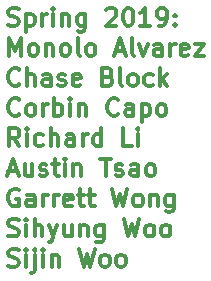
<source format=gbr>
%TF.GenerationSoftware,KiCad,Pcbnew,(5.0.0)*%
%TF.CreationDate,2019-02-02T21:25:33-06:00*%
%TF.ProjectId,BPSTester,4250535465737465722E6B696361645F,rev?*%
%TF.SameCoordinates,Original*%
%TF.FileFunction,Legend,Bot*%
%TF.FilePolarity,Positive*%
%FSLAX46Y46*%
G04 Gerber Fmt 4.6, Leading zero omitted, Abs format (unit mm)*
G04 Created by KiCad (PCBNEW (5.0.0)) date 02/02/19 21:25:33*
%MOMM*%
%LPD*%
G01*
G04 APERTURE LIST*
%ADD10C,0.300000*%
G04 APERTURE END LIST*
D10*
X125480714Y-118407142D02*
X125695000Y-118478571D01*
X126052142Y-118478571D01*
X126195000Y-118407142D01*
X126266428Y-118335714D01*
X126337857Y-118192857D01*
X126337857Y-118050000D01*
X126266428Y-117907142D01*
X126195000Y-117835714D01*
X126052142Y-117764285D01*
X125766428Y-117692857D01*
X125623571Y-117621428D01*
X125552142Y-117550000D01*
X125480714Y-117407142D01*
X125480714Y-117264285D01*
X125552142Y-117121428D01*
X125623571Y-117050000D01*
X125766428Y-116978571D01*
X126123571Y-116978571D01*
X126337857Y-117050000D01*
X126980714Y-117478571D02*
X126980714Y-118978571D01*
X126980714Y-117550000D02*
X127123571Y-117478571D01*
X127409285Y-117478571D01*
X127552142Y-117550000D01*
X127623571Y-117621428D01*
X127695000Y-117764285D01*
X127695000Y-118192857D01*
X127623571Y-118335714D01*
X127552142Y-118407142D01*
X127409285Y-118478571D01*
X127123571Y-118478571D01*
X126980714Y-118407142D01*
X128337857Y-118478571D02*
X128337857Y-117478571D01*
X128337857Y-117764285D02*
X128409285Y-117621428D01*
X128480714Y-117550000D01*
X128623571Y-117478571D01*
X128766428Y-117478571D01*
X129266428Y-118478571D02*
X129266428Y-117478571D01*
X129266428Y-116978571D02*
X129195000Y-117050000D01*
X129266428Y-117121428D01*
X129337857Y-117050000D01*
X129266428Y-116978571D01*
X129266428Y-117121428D01*
X129980714Y-117478571D02*
X129980714Y-118478571D01*
X129980714Y-117621428D02*
X130052142Y-117550000D01*
X130195000Y-117478571D01*
X130409285Y-117478571D01*
X130552142Y-117550000D01*
X130623571Y-117692857D01*
X130623571Y-118478571D01*
X131980714Y-117478571D02*
X131980714Y-118692857D01*
X131909285Y-118835714D01*
X131837857Y-118907142D01*
X131695000Y-118978571D01*
X131480714Y-118978571D01*
X131337857Y-118907142D01*
X131980714Y-118407142D02*
X131837857Y-118478571D01*
X131552142Y-118478571D01*
X131409285Y-118407142D01*
X131337857Y-118335714D01*
X131266428Y-118192857D01*
X131266428Y-117764285D01*
X131337857Y-117621428D01*
X131409285Y-117550000D01*
X131552142Y-117478571D01*
X131837857Y-117478571D01*
X131980714Y-117550000D01*
X133766428Y-117121428D02*
X133837857Y-117050000D01*
X133980714Y-116978571D01*
X134337857Y-116978571D01*
X134480714Y-117050000D01*
X134552142Y-117121428D01*
X134623571Y-117264285D01*
X134623571Y-117407142D01*
X134552142Y-117621428D01*
X133695000Y-118478571D01*
X134623571Y-118478571D01*
X135552142Y-116978571D02*
X135695000Y-116978571D01*
X135837857Y-117050000D01*
X135909285Y-117121428D01*
X135980714Y-117264285D01*
X136052142Y-117550000D01*
X136052142Y-117907142D01*
X135980714Y-118192857D01*
X135909285Y-118335714D01*
X135837857Y-118407142D01*
X135695000Y-118478571D01*
X135552142Y-118478571D01*
X135409285Y-118407142D01*
X135337857Y-118335714D01*
X135266428Y-118192857D01*
X135195000Y-117907142D01*
X135195000Y-117550000D01*
X135266428Y-117264285D01*
X135337857Y-117121428D01*
X135409285Y-117050000D01*
X135552142Y-116978571D01*
X137480714Y-118478571D02*
X136623571Y-118478571D01*
X137052142Y-118478571D02*
X137052142Y-116978571D01*
X136909285Y-117192857D01*
X136766428Y-117335714D01*
X136623571Y-117407142D01*
X138195000Y-118478571D02*
X138480714Y-118478571D01*
X138623571Y-118407142D01*
X138695000Y-118335714D01*
X138837857Y-118121428D01*
X138909285Y-117835714D01*
X138909285Y-117264285D01*
X138837857Y-117121428D01*
X138766428Y-117050000D01*
X138623571Y-116978571D01*
X138337857Y-116978571D01*
X138195000Y-117050000D01*
X138123571Y-117121428D01*
X138052142Y-117264285D01*
X138052142Y-117621428D01*
X138123571Y-117764285D01*
X138195000Y-117835714D01*
X138337857Y-117907142D01*
X138623571Y-117907142D01*
X138766428Y-117835714D01*
X138837857Y-117764285D01*
X138909285Y-117621428D01*
X139552142Y-118335714D02*
X139623571Y-118407142D01*
X139552142Y-118478571D01*
X139480714Y-118407142D01*
X139552142Y-118335714D01*
X139552142Y-118478571D01*
X139552142Y-117550000D02*
X139623571Y-117621428D01*
X139552142Y-117692857D01*
X139480714Y-117621428D01*
X139552142Y-117550000D01*
X139552142Y-117692857D01*
X125552142Y-121028571D02*
X125552142Y-119528571D01*
X126052142Y-120600000D01*
X126552142Y-119528571D01*
X126552142Y-121028571D01*
X127480714Y-121028571D02*
X127337857Y-120957142D01*
X127266428Y-120885714D01*
X127195000Y-120742857D01*
X127195000Y-120314285D01*
X127266428Y-120171428D01*
X127337857Y-120100000D01*
X127480714Y-120028571D01*
X127695000Y-120028571D01*
X127837857Y-120100000D01*
X127909285Y-120171428D01*
X127980714Y-120314285D01*
X127980714Y-120742857D01*
X127909285Y-120885714D01*
X127837857Y-120957142D01*
X127695000Y-121028571D01*
X127480714Y-121028571D01*
X128623571Y-120028571D02*
X128623571Y-121028571D01*
X128623571Y-120171428D02*
X128695000Y-120100000D01*
X128837857Y-120028571D01*
X129052142Y-120028571D01*
X129195000Y-120100000D01*
X129266428Y-120242857D01*
X129266428Y-121028571D01*
X130195000Y-121028571D02*
X130052142Y-120957142D01*
X129980714Y-120885714D01*
X129909285Y-120742857D01*
X129909285Y-120314285D01*
X129980714Y-120171428D01*
X130052142Y-120100000D01*
X130195000Y-120028571D01*
X130409285Y-120028571D01*
X130552142Y-120100000D01*
X130623571Y-120171428D01*
X130695000Y-120314285D01*
X130695000Y-120742857D01*
X130623571Y-120885714D01*
X130552142Y-120957142D01*
X130409285Y-121028571D01*
X130195000Y-121028571D01*
X131552142Y-121028571D02*
X131409285Y-120957142D01*
X131337857Y-120814285D01*
X131337857Y-119528571D01*
X132337857Y-121028571D02*
X132195000Y-120957142D01*
X132123571Y-120885714D01*
X132052142Y-120742857D01*
X132052142Y-120314285D01*
X132123571Y-120171428D01*
X132195000Y-120100000D01*
X132337857Y-120028571D01*
X132552142Y-120028571D01*
X132695000Y-120100000D01*
X132766428Y-120171428D01*
X132837857Y-120314285D01*
X132837857Y-120742857D01*
X132766428Y-120885714D01*
X132695000Y-120957142D01*
X132552142Y-121028571D01*
X132337857Y-121028571D01*
X134552142Y-120600000D02*
X135266428Y-120600000D01*
X134409285Y-121028571D02*
X134909285Y-119528571D01*
X135409285Y-121028571D01*
X136123571Y-121028571D02*
X135980714Y-120957142D01*
X135909285Y-120814285D01*
X135909285Y-119528571D01*
X136552142Y-120028571D02*
X136909285Y-121028571D01*
X137266428Y-120028571D01*
X138480714Y-121028571D02*
X138480714Y-120242857D01*
X138409285Y-120100000D01*
X138266428Y-120028571D01*
X137980714Y-120028571D01*
X137837857Y-120100000D01*
X138480714Y-120957142D02*
X138337857Y-121028571D01*
X137980714Y-121028571D01*
X137837857Y-120957142D01*
X137766428Y-120814285D01*
X137766428Y-120671428D01*
X137837857Y-120528571D01*
X137980714Y-120457142D01*
X138337857Y-120457142D01*
X138480714Y-120385714D01*
X139195000Y-121028571D02*
X139195000Y-120028571D01*
X139195000Y-120314285D02*
X139266428Y-120171428D01*
X139337857Y-120100000D01*
X139480714Y-120028571D01*
X139623571Y-120028571D01*
X140695000Y-120957142D02*
X140552142Y-121028571D01*
X140266428Y-121028571D01*
X140123571Y-120957142D01*
X140052142Y-120814285D01*
X140052142Y-120242857D01*
X140123571Y-120100000D01*
X140266428Y-120028571D01*
X140552142Y-120028571D01*
X140695000Y-120100000D01*
X140766428Y-120242857D01*
X140766428Y-120385714D01*
X140052142Y-120528571D01*
X141266428Y-120028571D02*
X142052142Y-120028571D01*
X141266428Y-121028571D01*
X142052142Y-121028571D01*
X126409285Y-123435714D02*
X126337857Y-123507142D01*
X126123571Y-123578571D01*
X125980714Y-123578571D01*
X125766428Y-123507142D01*
X125623571Y-123364285D01*
X125552142Y-123221428D01*
X125480714Y-122935714D01*
X125480714Y-122721428D01*
X125552142Y-122435714D01*
X125623571Y-122292857D01*
X125766428Y-122150000D01*
X125980714Y-122078571D01*
X126123571Y-122078571D01*
X126337857Y-122150000D01*
X126409285Y-122221428D01*
X127052142Y-123578571D02*
X127052142Y-122078571D01*
X127695000Y-123578571D02*
X127695000Y-122792857D01*
X127623571Y-122650000D01*
X127480714Y-122578571D01*
X127266428Y-122578571D01*
X127123571Y-122650000D01*
X127052142Y-122721428D01*
X129052142Y-123578571D02*
X129052142Y-122792857D01*
X128980714Y-122650000D01*
X128837857Y-122578571D01*
X128552142Y-122578571D01*
X128409285Y-122650000D01*
X129052142Y-123507142D02*
X128909285Y-123578571D01*
X128552142Y-123578571D01*
X128409285Y-123507142D01*
X128337857Y-123364285D01*
X128337857Y-123221428D01*
X128409285Y-123078571D01*
X128552142Y-123007142D01*
X128909285Y-123007142D01*
X129052142Y-122935714D01*
X129695000Y-123507142D02*
X129837857Y-123578571D01*
X130123571Y-123578571D01*
X130266428Y-123507142D01*
X130337857Y-123364285D01*
X130337857Y-123292857D01*
X130266428Y-123150000D01*
X130123571Y-123078571D01*
X129909285Y-123078571D01*
X129766428Y-123007142D01*
X129695000Y-122864285D01*
X129695000Y-122792857D01*
X129766428Y-122650000D01*
X129909285Y-122578571D01*
X130123571Y-122578571D01*
X130266428Y-122650000D01*
X131552142Y-123507142D02*
X131409285Y-123578571D01*
X131123571Y-123578571D01*
X130980714Y-123507142D01*
X130909285Y-123364285D01*
X130909285Y-122792857D01*
X130980714Y-122650000D01*
X131123571Y-122578571D01*
X131409285Y-122578571D01*
X131552142Y-122650000D01*
X131623571Y-122792857D01*
X131623571Y-122935714D01*
X130909285Y-123078571D01*
X133909285Y-122792857D02*
X134123571Y-122864285D01*
X134195000Y-122935714D01*
X134266428Y-123078571D01*
X134266428Y-123292857D01*
X134195000Y-123435714D01*
X134123571Y-123507142D01*
X133980714Y-123578571D01*
X133409285Y-123578571D01*
X133409285Y-122078571D01*
X133909285Y-122078571D01*
X134052142Y-122150000D01*
X134123571Y-122221428D01*
X134195000Y-122364285D01*
X134195000Y-122507142D01*
X134123571Y-122650000D01*
X134052142Y-122721428D01*
X133909285Y-122792857D01*
X133409285Y-122792857D01*
X135123571Y-123578571D02*
X134980714Y-123507142D01*
X134909285Y-123364285D01*
X134909285Y-122078571D01*
X135909285Y-123578571D02*
X135766428Y-123507142D01*
X135695000Y-123435714D01*
X135623571Y-123292857D01*
X135623571Y-122864285D01*
X135695000Y-122721428D01*
X135766428Y-122650000D01*
X135909285Y-122578571D01*
X136123571Y-122578571D01*
X136266428Y-122650000D01*
X136337857Y-122721428D01*
X136409285Y-122864285D01*
X136409285Y-123292857D01*
X136337857Y-123435714D01*
X136266428Y-123507142D01*
X136123571Y-123578571D01*
X135909285Y-123578571D01*
X137695000Y-123507142D02*
X137552142Y-123578571D01*
X137266428Y-123578571D01*
X137123571Y-123507142D01*
X137052142Y-123435714D01*
X136980714Y-123292857D01*
X136980714Y-122864285D01*
X137052142Y-122721428D01*
X137123571Y-122650000D01*
X137266428Y-122578571D01*
X137552142Y-122578571D01*
X137695000Y-122650000D01*
X138337857Y-123578571D02*
X138337857Y-122078571D01*
X138480714Y-123007142D02*
X138909285Y-123578571D01*
X138909285Y-122578571D02*
X138337857Y-123150000D01*
X126409285Y-125985714D02*
X126337857Y-126057142D01*
X126123571Y-126128571D01*
X125980714Y-126128571D01*
X125766428Y-126057142D01*
X125623571Y-125914285D01*
X125552142Y-125771428D01*
X125480714Y-125485714D01*
X125480714Y-125271428D01*
X125552142Y-124985714D01*
X125623571Y-124842857D01*
X125766428Y-124700000D01*
X125980714Y-124628571D01*
X126123571Y-124628571D01*
X126337857Y-124700000D01*
X126409285Y-124771428D01*
X127266428Y-126128571D02*
X127123571Y-126057142D01*
X127052142Y-125985714D01*
X126980714Y-125842857D01*
X126980714Y-125414285D01*
X127052142Y-125271428D01*
X127123571Y-125200000D01*
X127266428Y-125128571D01*
X127480714Y-125128571D01*
X127623571Y-125200000D01*
X127695000Y-125271428D01*
X127766428Y-125414285D01*
X127766428Y-125842857D01*
X127695000Y-125985714D01*
X127623571Y-126057142D01*
X127480714Y-126128571D01*
X127266428Y-126128571D01*
X128409285Y-126128571D02*
X128409285Y-125128571D01*
X128409285Y-125414285D02*
X128480714Y-125271428D01*
X128552142Y-125200000D01*
X128695000Y-125128571D01*
X128837857Y-125128571D01*
X129337857Y-126128571D02*
X129337857Y-124628571D01*
X129337857Y-125200000D02*
X129480714Y-125128571D01*
X129766428Y-125128571D01*
X129909285Y-125200000D01*
X129980714Y-125271428D01*
X130052142Y-125414285D01*
X130052142Y-125842857D01*
X129980714Y-125985714D01*
X129909285Y-126057142D01*
X129766428Y-126128571D01*
X129480714Y-126128571D01*
X129337857Y-126057142D01*
X130695000Y-126128571D02*
X130695000Y-125128571D01*
X130695000Y-124628571D02*
X130623571Y-124700000D01*
X130695000Y-124771428D01*
X130766428Y-124700000D01*
X130695000Y-124628571D01*
X130695000Y-124771428D01*
X131409285Y-125128571D02*
X131409285Y-126128571D01*
X131409285Y-125271428D02*
X131480714Y-125200000D01*
X131623571Y-125128571D01*
X131837857Y-125128571D01*
X131980714Y-125200000D01*
X132052142Y-125342857D01*
X132052142Y-126128571D01*
X134766428Y-125985714D02*
X134695000Y-126057142D01*
X134480714Y-126128571D01*
X134337857Y-126128571D01*
X134123571Y-126057142D01*
X133980714Y-125914285D01*
X133909285Y-125771428D01*
X133837857Y-125485714D01*
X133837857Y-125271428D01*
X133909285Y-124985714D01*
X133980714Y-124842857D01*
X134123571Y-124700000D01*
X134337857Y-124628571D01*
X134480714Y-124628571D01*
X134695000Y-124700000D01*
X134766428Y-124771428D01*
X136052142Y-126128571D02*
X136052142Y-125342857D01*
X135980714Y-125200000D01*
X135837857Y-125128571D01*
X135552142Y-125128571D01*
X135409285Y-125200000D01*
X136052142Y-126057142D02*
X135909285Y-126128571D01*
X135552142Y-126128571D01*
X135409285Y-126057142D01*
X135337857Y-125914285D01*
X135337857Y-125771428D01*
X135409285Y-125628571D01*
X135552142Y-125557142D01*
X135909285Y-125557142D01*
X136052142Y-125485714D01*
X136766428Y-125128571D02*
X136766428Y-126628571D01*
X136766428Y-125200000D02*
X136909285Y-125128571D01*
X137195000Y-125128571D01*
X137337857Y-125200000D01*
X137409285Y-125271428D01*
X137480714Y-125414285D01*
X137480714Y-125842857D01*
X137409285Y-125985714D01*
X137337857Y-126057142D01*
X137195000Y-126128571D01*
X136909285Y-126128571D01*
X136766428Y-126057142D01*
X138337857Y-126128571D02*
X138195000Y-126057142D01*
X138123571Y-125985714D01*
X138052142Y-125842857D01*
X138052142Y-125414285D01*
X138123571Y-125271428D01*
X138195000Y-125200000D01*
X138337857Y-125128571D01*
X138552142Y-125128571D01*
X138695000Y-125200000D01*
X138766428Y-125271428D01*
X138837857Y-125414285D01*
X138837857Y-125842857D01*
X138766428Y-125985714D01*
X138695000Y-126057142D01*
X138552142Y-126128571D01*
X138337857Y-126128571D01*
X126409285Y-128678571D02*
X125909285Y-127964285D01*
X125552142Y-128678571D02*
X125552142Y-127178571D01*
X126123571Y-127178571D01*
X126266428Y-127250000D01*
X126337857Y-127321428D01*
X126409285Y-127464285D01*
X126409285Y-127678571D01*
X126337857Y-127821428D01*
X126266428Y-127892857D01*
X126123571Y-127964285D01*
X125552142Y-127964285D01*
X127052142Y-128678571D02*
X127052142Y-127678571D01*
X127052142Y-127178571D02*
X126980714Y-127250000D01*
X127052142Y-127321428D01*
X127123571Y-127250000D01*
X127052142Y-127178571D01*
X127052142Y-127321428D01*
X128409285Y-128607142D02*
X128266428Y-128678571D01*
X127980714Y-128678571D01*
X127837857Y-128607142D01*
X127766428Y-128535714D01*
X127695000Y-128392857D01*
X127695000Y-127964285D01*
X127766428Y-127821428D01*
X127837857Y-127750000D01*
X127980714Y-127678571D01*
X128266428Y-127678571D01*
X128409285Y-127750000D01*
X129052142Y-128678571D02*
X129052142Y-127178571D01*
X129695000Y-128678571D02*
X129695000Y-127892857D01*
X129623571Y-127750000D01*
X129480714Y-127678571D01*
X129266428Y-127678571D01*
X129123571Y-127750000D01*
X129052142Y-127821428D01*
X131052142Y-128678571D02*
X131052142Y-127892857D01*
X130980714Y-127750000D01*
X130837857Y-127678571D01*
X130552142Y-127678571D01*
X130409285Y-127750000D01*
X131052142Y-128607142D02*
X130909285Y-128678571D01*
X130552142Y-128678571D01*
X130409285Y-128607142D01*
X130337857Y-128464285D01*
X130337857Y-128321428D01*
X130409285Y-128178571D01*
X130552142Y-128107142D01*
X130909285Y-128107142D01*
X131052142Y-128035714D01*
X131766428Y-128678571D02*
X131766428Y-127678571D01*
X131766428Y-127964285D02*
X131837857Y-127821428D01*
X131909285Y-127750000D01*
X132052142Y-127678571D01*
X132195000Y-127678571D01*
X133337857Y-128678571D02*
X133337857Y-127178571D01*
X133337857Y-128607142D02*
X133195000Y-128678571D01*
X132909285Y-128678571D01*
X132766428Y-128607142D01*
X132695000Y-128535714D01*
X132623571Y-128392857D01*
X132623571Y-127964285D01*
X132695000Y-127821428D01*
X132766428Y-127750000D01*
X132909285Y-127678571D01*
X133195000Y-127678571D01*
X133337857Y-127750000D01*
X135909285Y-128678571D02*
X135195000Y-128678571D01*
X135195000Y-127178571D01*
X136409285Y-128678571D02*
X136409285Y-127678571D01*
X136409285Y-127178571D02*
X136337857Y-127250000D01*
X136409285Y-127321428D01*
X136480714Y-127250000D01*
X136409285Y-127178571D01*
X136409285Y-127321428D01*
X125480714Y-130800000D02*
X126195000Y-130800000D01*
X125337857Y-131228571D02*
X125837857Y-129728571D01*
X126337857Y-131228571D01*
X127480714Y-130228571D02*
X127480714Y-131228571D01*
X126837857Y-130228571D02*
X126837857Y-131014285D01*
X126909285Y-131157142D01*
X127052142Y-131228571D01*
X127266428Y-131228571D01*
X127409285Y-131157142D01*
X127480714Y-131085714D01*
X128123571Y-131157142D02*
X128266428Y-131228571D01*
X128552142Y-131228571D01*
X128695000Y-131157142D01*
X128766428Y-131014285D01*
X128766428Y-130942857D01*
X128695000Y-130800000D01*
X128552142Y-130728571D01*
X128337857Y-130728571D01*
X128195000Y-130657142D01*
X128123571Y-130514285D01*
X128123571Y-130442857D01*
X128195000Y-130300000D01*
X128337857Y-130228571D01*
X128552142Y-130228571D01*
X128695000Y-130300000D01*
X129195000Y-130228571D02*
X129766428Y-130228571D01*
X129409285Y-129728571D02*
X129409285Y-131014285D01*
X129480714Y-131157142D01*
X129623571Y-131228571D01*
X129766428Y-131228571D01*
X130266428Y-131228571D02*
X130266428Y-130228571D01*
X130266428Y-129728571D02*
X130195000Y-129800000D01*
X130266428Y-129871428D01*
X130337857Y-129800000D01*
X130266428Y-129728571D01*
X130266428Y-129871428D01*
X130980714Y-130228571D02*
X130980714Y-131228571D01*
X130980714Y-130371428D02*
X131052142Y-130300000D01*
X131195000Y-130228571D01*
X131409285Y-130228571D01*
X131552142Y-130300000D01*
X131623571Y-130442857D01*
X131623571Y-131228571D01*
X133266428Y-129728571D02*
X134123571Y-129728571D01*
X133695000Y-131228571D02*
X133695000Y-129728571D01*
X134552142Y-131157142D02*
X134695000Y-131228571D01*
X134980714Y-131228571D01*
X135123571Y-131157142D01*
X135195000Y-131014285D01*
X135195000Y-130942857D01*
X135123571Y-130800000D01*
X134980714Y-130728571D01*
X134766428Y-130728571D01*
X134623571Y-130657142D01*
X134552142Y-130514285D01*
X134552142Y-130442857D01*
X134623571Y-130300000D01*
X134766428Y-130228571D01*
X134980714Y-130228571D01*
X135123571Y-130300000D01*
X136480714Y-131228571D02*
X136480714Y-130442857D01*
X136409285Y-130300000D01*
X136266428Y-130228571D01*
X135980714Y-130228571D01*
X135837857Y-130300000D01*
X136480714Y-131157142D02*
X136337857Y-131228571D01*
X135980714Y-131228571D01*
X135837857Y-131157142D01*
X135766428Y-131014285D01*
X135766428Y-130871428D01*
X135837857Y-130728571D01*
X135980714Y-130657142D01*
X136337857Y-130657142D01*
X136480714Y-130585714D01*
X137409285Y-131228571D02*
X137266428Y-131157142D01*
X137195000Y-131085714D01*
X137123571Y-130942857D01*
X137123571Y-130514285D01*
X137195000Y-130371428D01*
X137266428Y-130300000D01*
X137409285Y-130228571D01*
X137623571Y-130228571D01*
X137766428Y-130300000D01*
X137837857Y-130371428D01*
X137909285Y-130514285D01*
X137909285Y-130942857D01*
X137837857Y-131085714D01*
X137766428Y-131157142D01*
X137623571Y-131228571D01*
X137409285Y-131228571D01*
X126337857Y-132350000D02*
X126195000Y-132278571D01*
X125980714Y-132278571D01*
X125766428Y-132350000D01*
X125623571Y-132492857D01*
X125552142Y-132635714D01*
X125480714Y-132921428D01*
X125480714Y-133135714D01*
X125552142Y-133421428D01*
X125623571Y-133564285D01*
X125766428Y-133707142D01*
X125980714Y-133778571D01*
X126123571Y-133778571D01*
X126337857Y-133707142D01*
X126409285Y-133635714D01*
X126409285Y-133135714D01*
X126123571Y-133135714D01*
X127695000Y-133778571D02*
X127695000Y-132992857D01*
X127623571Y-132850000D01*
X127480714Y-132778571D01*
X127195000Y-132778571D01*
X127052142Y-132850000D01*
X127695000Y-133707142D02*
X127552142Y-133778571D01*
X127195000Y-133778571D01*
X127052142Y-133707142D01*
X126980714Y-133564285D01*
X126980714Y-133421428D01*
X127052142Y-133278571D01*
X127195000Y-133207142D01*
X127552142Y-133207142D01*
X127695000Y-133135714D01*
X128409285Y-133778571D02*
X128409285Y-132778571D01*
X128409285Y-133064285D02*
X128480714Y-132921428D01*
X128552142Y-132850000D01*
X128695000Y-132778571D01*
X128837857Y-132778571D01*
X129337857Y-133778571D02*
X129337857Y-132778571D01*
X129337857Y-133064285D02*
X129409285Y-132921428D01*
X129480714Y-132850000D01*
X129623571Y-132778571D01*
X129766428Y-132778571D01*
X130837857Y-133707142D02*
X130695000Y-133778571D01*
X130409285Y-133778571D01*
X130266428Y-133707142D01*
X130195000Y-133564285D01*
X130195000Y-132992857D01*
X130266428Y-132850000D01*
X130409285Y-132778571D01*
X130695000Y-132778571D01*
X130837857Y-132850000D01*
X130909285Y-132992857D01*
X130909285Y-133135714D01*
X130195000Y-133278571D01*
X131337857Y-132778571D02*
X131909285Y-132778571D01*
X131552142Y-132278571D02*
X131552142Y-133564285D01*
X131623571Y-133707142D01*
X131766428Y-133778571D01*
X131909285Y-133778571D01*
X132195000Y-132778571D02*
X132766428Y-132778571D01*
X132409285Y-132278571D02*
X132409285Y-133564285D01*
X132480714Y-133707142D01*
X132623571Y-133778571D01*
X132766428Y-133778571D01*
X134266428Y-132278571D02*
X134623571Y-133778571D01*
X134909285Y-132707142D01*
X135195000Y-133778571D01*
X135552142Y-132278571D01*
X136337857Y-133778571D02*
X136195000Y-133707142D01*
X136123571Y-133635714D01*
X136052142Y-133492857D01*
X136052142Y-133064285D01*
X136123571Y-132921428D01*
X136195000Y-132850000D01*
X136337857Y-132778571D01*
X136552142Y-132778571D01*
X136695000Y-132850000D01*
X136766428Y-132921428D01*
X136837857Y-133064285D01*
X136837857Y-133492857D01*
X136766428Y-133635714D01*
X136695000Y-133707142D01*
X136552142Y-133778571D01*
X136337857Y-133778571D01*
X137480714Y-132778571D02*
X137480714Y-133778571D01*
X137480714Y-132921428D02*
X137552142Y-132850000D01*
X137695000Y-132778571D01*
X137909285Y-132778571D01*
X138052142Y-132850000D01*
X138123571Y-132992857D01*
X138123571Y-133778571D01*
X139480714Y-132778571D02*
X139480714Y-133992857D01*
X139409285Y-134135714D01*
X139337857Y-134207142D01*
X139195000Y-134278571D01*
X138980714Y-134278571D01*
X138837857Y-134207142D01*
X139480714Y-133707142D02*
X139337857Y-133778571D01*
X139052142Y-133778571D01*
X138909285Y-133707142D01*
X138837857Y-133635714D01*
X138766428Y-133492857D01*
X138766428Y-133064285D01*
X138837857Y-132921428D01*
X138909285Y-132850000D01*
X139052142Y-132778571D01*
X139337857Y-132778571D01*
X139480714Y-132850000D01*
X125480714Y-136257142D02*
X125695000Y-136328571D01*
X126052142Y-136328571D01*
X126195000Y-136257142D01*
X126266428Y-136185714D01*
X126337857Y-136042857D01*
X126337857Y-135900000D01*
X126266428Y-135757142D01*
X126195000Y-135685714D01*
X126052142Y-135614285D01*
X125766428Y-135542857D01*
X125623571Y-135471428D01*
X125552142Y-135400000D01*
X125480714Y-135257142D01*
X125480714Y-135114285D01*
X125552142Y-134971428D01*
X125623571Y-134900000D01*
X125766428Y-134828571D01*
X126123571Y-134828571D01*
X126337857Y-134900000D01*
X126980714Y-136328571D02*
X126980714Y-135328571D01*
X126980714Y-134828571D02*
X126909285Y-134900000D01*
X126980714Y-134971428D01*
X127052142Y-134900000D01*
X126980714Y-134828571D01*
X126980714Y-134971428D01*
X127695000Y-136328571D02*
X127695000Y-134828571D01*
X128337857Y-136328571D02*
X128337857Y-135542857D01*
X128266428Y-135400000D01*
X128123571Y-135328571D01*
X127909285Y-135328571D01*
X127766428Y-135400000D01*
X127695000Y-135471428D01*
X128909285Y-135328571D02*
X129266428Y-136328571D01*
X129623571Y-135328571D02*
X129266428Y-136328571D01*
X129123571Y-136685714D01*
X129052142Y-136757142D01*
X128909285Y-136828571D01*
X130837857Y-135328571D02*
X130837857Y-136328571D01*
X130195000Y-135328571D02*
X130195000Y-136114285D01*
X130266428Y-136257142D01*
X130409285Y-136328571D01*
X130623571Y-136328571D01*
X130766428Y-136257142D01*
X130837857Y-136185714D01*
X131552142Y-135328571D02*
X131552142Y-136328571D01*
X131552142Y-135471428D02*
X131623571Y-135400000D01*
X131766428Y-135328571D01*
X131980714Y-135328571D01*
X132123571Y-135400000D01*
X132195000Y-135542857D01*
X132195000Y-136328571D01*
X133552142Y-135328571D02*
X133552142Y-136542857D01*
X133480714Y-136685714D01*
X133409285Y-136757142D01*
X133266428Y-136828571D01*
X133052142Y-136828571D01*
X132909285Y-136757142D01*
X133552142Y-136257142D02*
X133409285Y-136328571D01*
X133123571Y-136328571D01*
X132980714Y-136257142D01*
X132909285Y-136185714D01*
X132837857Y-136042857D01*
X132837857Y-135614285D01*
X132909285Y-135471428D01*
X132980714Y-135400000D01*
X133123571Y-135328571D01*
X133409285Y-135328571D01*
X133552142Y-135400000D01*
X135266428Y-134828571D02*
X135623571Y-136328571D01*
X135909285Y-135257142D01*
X136195000Y-136328571D01*
X136552142Y-134828571D01*
X137337857Y-136328571D02*
X137195000Y-136257142D01*
X137123571Y-136185714D01*
X137052142Y-136042857D01*
X137052142Y-135614285D01*
X137123571Y-135471428D01*
X137195000Y-135400000D01*
X137337857Y-135328571D01*
X137552142Y-135328571D01*
X137695000Y-135400000D01*
X137766428Y-135471428D01*
X137837857Y-135614285D01*
X137837857Y-136042857D01*
X137766428Y-136185714D01*
X137695000Y-136257142D01*
X137552142Y-136328571D01*
X137337857Y-136328571D01*
X138695000Y-136328571D02*
X138552142Y-136257142D01*
X138480714Y-136185714D01*
X138409285Y-136042857D01*
X138409285Y-135614285D01*
X138480714Y-135471428D01*
X138552142Y-135400000D01*
X138695000Y-135328571D01*
X138909285Y-135328571D01*
X139052142Y-135400000D01*
X139123571Y-135471428D01*
X139195000Y-135614285D01*
X139195000Y-136042857D01*
X139123571Y-136185714D01*
X139052142Y-136257142D01*
X138909285Y-136328571D01*
X138695000Y-136328571D01*
X125480714Y-138807142D02*
X125695000Y-138878571D01*
X126052142Y-138878571D01*
X126195000Y-138807142D01*
X126266428Y-138735714D01*
X126337857Y-138592857D01*
X126337857Y-138450000D01*
X126266428Y-138307142D01*
X126195000Y-138235714D01*
X126052142Y-138164285D01*
X125766428Y-138092857D01*
X125623571Y-138021428D01*
X125552142Y-137950000D01*
X125480714Y-137807142D01*
X125480714Y-137664285D01*
X125552142Y-137521428D01*
X125623571Y-137450000D01*
X125766428Y-137378571D01*
X126123571Y-137378571D01*
X126337857Y-137450000D01*
X126980714Y-138878571D02*
X126980714Y-137878571D01*
X126980714Y-137378571D02*
X126909285Y-137450000D01*
X126980714Y-137521428D01*
X127052142Y-137450000D01*
X126980714Y-137378571D01*
X126980714Y-137521428D01*
X127695000Y-137878571D02*
X127695000Y-139164285D01*
X127623571Y-139307142D01*
X127480714Y-139378571D01*
X127409285Y-139378571D01*
X127695000Y-137378571D02*
X127623571Y-137450000D01*
X127695000Y-137521428D01*
X127766428Y-137450000D01*
X127695000Y-137378571D01*
X127695000Y-137521428D01*
X128409285Y-138878571D02*
X128409285Y-137878571D01*
X128409285Y-137378571D02*
X128337857Y-137450000D01*
X128409285Y-137521428D01*
X128480714Y-137450000D01*
X128409285Y-137378571D01*
X128409285Y-137521428D01*
X129123571Y-137878571D02*
X129123571Y-138878571D01*
X129123571Y-138021428D02*
X129195000Y-137950000D01*
X129337857Y-137878571D01*
X129552142Y-137878571D01*
X129695000Y-137950000D01*
X129766428Y-138092857D01*
X129766428Y-138878571D01*
X131480714Y-137378571D02*
X131837857Y-138878571D01*
X132123571Y-137807142D01*
X132409285Y-138878571D01*
X132766428Y-137378571D01*
X133552142Y-138878571D02*
X133409285Y-138807142D01*
X133337857Y-138735714D01*
X133266428Y-138592857D01*
X133266428Y-138164285D01*
X133337857Y-138021428D01*
X133409285Y-137950000D01*
X133552142Y-137878571D01*
X133766428Y-137878571D01*
X133909285Y-137950000D01*
X133980714Y-138021428D01*
X134052142Y-138164285D01*
X134052142Y-138592857D01*
X133980714Y-138735714D01*
X133909285Y-138807142D01*
X133766428Y-138878571D01*
X133552142Y-138878571D01*
X134909285Y-138878571D02*
X134766428Y-138807142D01*
X134695000Y-138735714D01*
X134623571Y-138592857D01*
X134623571Y-138164285D01*
X134695000Y-138021428D01*
X134766428Y-137950000D01*
X134909285Y-137878571D01*
X135123571Y-137878571D01*
X135266428Y-137950000D01*
X135337857Y-138021428D01*
X135409285Y-138164285D01*
X135409285Y-138592857D01*
X135337857Y-138735714D01*
X135266428Y-138807142D01*
X135123571Y-138878571D01*
X134909285Y-138878571D01*
M02*

</source>
